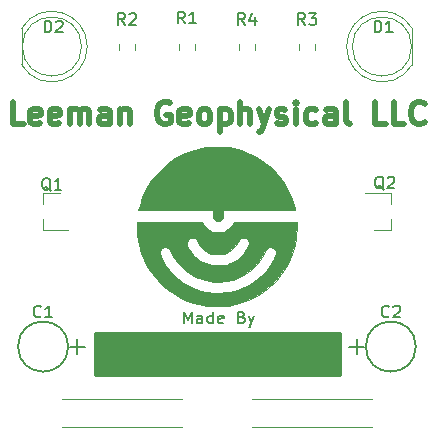
<source format=gbr>
%TF.GenerationSoftware,KiCad,Pcbnew,(5.1.7)-1*%
%TF.CreationDate,2021-04-21T21:28:38-05:00*%
%TF.ProjectId,blinky_kit_pcb,626c696e-6b79-45f6-9b69-745f7063622e,1.0*%
%TF.SameCoordinates,Original*%
%TF.FileFunction,Legend,Top*%
%TF.FilePolarity,Positive*%
%FSLAX46Y46*%
G04 Gerber Fmt 4.6, Leading zero omitted, Abs format (unit mm)*
G04 Created by KiCad (PCBNEW (5.1.7)-1) date 2021-04-21 21:28:38*
%MOMM*%
%LPD*%
G01*
G04 APERTURE LIST*
%ADD10C,0.150000*%
%ADD11C,0.476250*%
%ADD12C,0.010000*%
%ADD13C,0.120000*%
%ADD14C,0.152400*%
%ADD15C,0.254000*%
%ADD16C,0.100000*%
G04 APERTURE END LIST*
D10*
X138168428Y-107259380D02*
X138168428Y-106259380D01*
X138501761Y-106973666D01*
X138835095Y-106259380D01*
X138835095Y-107259380D01*
X139739857Y-107259380D02*
X139739857Y-106735571D01*
X139692238Y-106640333D01*
X139597000Y-106592714D01*
X139406523Y-106592714D01*
X139311285Y-106640333D01*
X139739857Y-107211761D02*
X139644619Y-107259380D01*
X139406523Y-107259380D01*
X139311285Y-107211761D01*
X139263666Y-107116523D01*
X139263666Y-107021285D01*
X139311285Y-106926047D01*
X139406523Y-106878428D01*
X139644619Y-106878428D01*
X139739857Y-106830809D01*
X140644619Y-107259380D02*
X140644619Y-106259380D01*
X140644619Y-107211761D02*
X140549380Y-107259380D01*
X140358904Y-107259380D01*
X140263666Y-107211761D01*
X140216047Y-107164142D01*
X140168428Y-107068904D01*
X140168428Y-106783190D01*
X140216047Y-106687952D01*
X140263666Y-106640333D01*
X140358904Y-106592714D01*
X140549380Y-106592714D01*
X140644619Y-106640333D01*
X141501761Y-107211761D02*
X141406523Y-107259380D01*
X141216047Y-107259380D01*
X141120809Y-107211761D01*
X141073190Y-107116523D01*
X141073190Y-106735571D01*
X141120809Y-106640333D01*
X141216047Y-106592714D01*
X141406523Y-106592714D01*
X141501761Y-106640333D01*
X141549380Y-106735571D01*
X141549380Y-106830809D01*
X141073190Y-106926047D01*
X143073190Y-106735571D02*
X143216047Y-106783190D01*
X143263666Y-106830809D01*
X143311285Y-106926047D01*
X143311285Y-107068904D01*
X143263666Y-107164142D01*
X143216047Y-107211761D01*
X143120809Y-107259380D01*
X142739857Y-107259380D01*
X142739857Y-106259380D01*
X143073190Y-106259380D01*
X143168428Y-106307000D01*
X143216047Y-106354619D01*
X143263666Y-106449857D01*
X143263666Y-106545095D01*
X143216047Y-106640333D01*
X143168428Y-106687952D01*
X143073190Y-106735571D01*
X142739857Y-106735571D01*
X143644619Y-106592714D02*
X143882714Y-107259380D01*
X144120809Y-106592714D02*
X143882714Y-107259380D01*
X143787476Y-107497476D01*
X143739857Y-107545095D01*
X143644619Y-107592714D01*
D11*
X124632357Y-90396785D02*
X123725214Y-90396785D01*
X123725214Y-88491785D01*
X125993071Y-90306071D02*
X125811642Y-90396785D01*
X125448785Y-90396785D01*
X125267357Y-90306071D01*
X125176642Y-90124642D01*
X125176642Y-89398928D01*
X125267357Y-89217500D01*
X125448785Y-89126785D01*
X125811642Y-89126785D01*
X125993071Y-89217500D01*
X126083785Y-89398928D01*
X126083785Y-89580357D01*
X125176642Y-89761785D01*
X127625928Y-90306071D02*
X127444500Y-90396785D01*
X127081642Y-90396785D01*
X126900214Y-90306071D01*
X126809500Y-90124642D01*
X126809500Y-89398928D01*
X126900214Y-89217500D01*
X127081642Y-89126785D01*
X127444500Y-89126785D01*
X127625928Y-89217500D01*
X127716642Y-89398928D01*
X127716642Y-89580357D01*
X126809500Y-89761785D01*
X128533071Y-90396785D02*
X128533071Y-89126785D01*
X128533071Y-89308214D02*
X128623785Y-89217500D01*
X128805214Y-89126785D01*
X129077357Y-89126785D01*
X129258785Y-89217500D01*
X129349500Y-89398928D01*
X129349500Y-90396785D01*
X129349500Y-89398928D02*
X129440214Y-89217500D01*
X129621642Y-89126785D01*
X129893785Y-89126785D01*
X130075214Y-89217500D01*
X130165928Y-89398928D01*
X130165928Y-90396785D01*
X131889500Y-90396785D02*
X131889500Y-89398928D01*
X131798785Y-89217500D01*
X131617357Y-89126785D01*
X131254500Y-89126785D01*
X131073071Y-89217500D01*
X131889500Y-90306071D02*
X131708071Y-90396785D01*
X131254500Y-90396785D01*
X131073071Y-90306071D01*
X130982357Y-90124642D01*
X130982357Y-89943214D01*
X131073071Y-89761785D01*
X131254500Y-89671071D01*
X131708071Y-89671071D01*
X131889500Y-89580357D01*
X132796642Y-89126785D02*
X132796642Y-90396785D01*
X132796642Y-89308214D02*
X132887357Y-89217500D01*
X133068785Y-89126785D01*
X133340928Y-89126785D01*
X133522357Y-89217500D01*
X133613071Y-89398928D01*
X133613071Y-90396785D01*
X136969500Y-88582500D02*
X136788071Y-88491785D01*
X136515928Y-88491785D01*
X136243785Y-88582500D01*
X136062357Y-88763928D01*
X135971642Y-88945357D01*
X135880928Y-89308214D01*
X135880928Y-89580357D01*
X135971642Y-89943214D01*
X136062357Y-90124642D01*
X136243785Y-90306071D01*
X136515928Y-90396785D01*
X136697357Y-90396785D01*
X136969500Y-90306071D01*
X137060214Y-90215357D01*
X137060214Y-89580357D01*
X136697357Y-89580357D01*
X138602357Y-90306071D02*
X138420928Y-90396785D01*
X138058071Y-90396785D01*
X137876642Y-90306071D01*
X137785928Y-90124642D01*
X137785928Y-89398928D01*
X137876642Y-89217500D01*
X138058071Y-89126785D01*
X138420928Y-89126785D01*
X138602357Y-89217500D01*
X138693071Y-89398928D01*
X138693071Y-89580357D01*
X137785928Y-89761785D01*
X139781642Y-90396785D02*
X139600214Y-90306071D01*
X139509500Y-90215357D01*
X139418785Y-90033928D01*
X139418785Y-89489642D01*
X139509500Y-89308214D01*
X139600214Y-89217500D01*
X139781642Y-89126785D01*
X140053785Y-89126785D01*
X140235214Y-89217500D01*
X140325928Y-89308214D01*
X140416642Y-89489642D01*
X140416642Y-90033928D01*
X140325928Y-90215357D01*
X140235214Y-90306071D01*
X140053785Y-90396785D01*
X139781642Y-90396785D01*
X141233071Y-89126785D02*
X141233071Y-91031785D01*
X141233071Y-89217500D02*
X141414500Y-89126785D01*
X141777357Y-89126785D01*
X141958785Y-89217500D01*
X142049500Y-89308214D01*
X142140214Y-89489642D01*
X142140214Y-90033928D01*
X142049500Y-90215357D01*
X141958785Y-90306071D01*
X141777357Y-90396785D01*
X141414500Y-90396785D01*
X141233071Y-90306071D01*
X142956642Y-90396785D02*
X142956642Y-88491785D01*
X143773071Y-90396785D02*
X143773071Y-89398928D01*
X143682357Y-89217500D01*
X143500928Y-89126785D01*
X143228785Y-89126785D01*
X143047357Y-89217500D01*
X142956642Y-89308214D01*
X144498785Y-89126785D02*
X144952357Y-90396785D01*
X145405928Y-89126785D02*
X144952357Y-90396785D01*
X144770928Y-90850357D01*
X144680214Y-90941071D01*
X144498785Y-91031785D01*
X146040928Y-90306071D02*
X146222357Y-90396785D01*
X146585214Y-90396785D01*
X146766642Y-90306071D01*
X146857357Y-90124642D01*
X146857357Y-90033928D01*
X146766642Y-89852500D01*
X146585214Y-89761785D01*
X146313071Y-89761785D01*
X146131642Y-89671071D01*
X146040928Y-89489642D01*
X146040928Y-89398928D01*
X146131642Y-89217500D01*
X146313071Y-89126785D01*
X146585214Y-89126785D01*
X146766642Y-89217500D01*
X147673785Y-90396785D02*
X147673785Y-89126785D01*
X147673785Y-88491785D02*
X147583071Y-88582500D01*
X147673785Y-88673214D01*
X147764500Y-88582500D01*
X147673785Y-88491785D01*
X147673785Y-88673214D01*
X149397357Y-90306071D02*
X149215928Y-90396785D01*
X148853071Y-90396785D01*
X148671642Y-90306071D01*
X148580928Y-90215357D01*
X148490214Y-90033928D01*
X148490214Y-89489642D01*
X148580928Y-89308214D01*
X148671642Y-89217500D01*
X148853071Y-89126785D01*
X149215928Y-89126785D01*
X149397357Y-89217500D01*
X151030214Y-90396785D02*
X151030214Y-89398928D01*
X150939500Y-89217500D01*
X150758071Y-89126785D01*
X150395214Y-89126785D01*
X150213785Y-89217500D01*
X151030214Y-90306071D02*
X150848785Y-90396785D01*
X150395214Y-90396785D01*
X150213785Y-90306071D01*
X150123071Y-90124642D01*
X150123071Y-89943214D01*
X150213785Y-89761785D01*
X150395214Y-89671071D01*
X150848785Y-89671071D01*
X151030214Y-89580357D01*
X152209500Y-90396785D02*
X152028071Y-90306071D01*
X151937357Y-90124642D01*
X151937357Y-88491785D01*
X155293785Y-90396785D02*
X154386642Y-90396785D01*
X154386642Y-88491785D01*
X156835928Y-90396785D02*
X155928785Y-90396785D01*
X155928785Y-88491785D01*
X158559500Y-90215357D02*
X158468785Y-90306071D01*
X158196642Y-90396785D01*
X158015214Y-90396785D01*
X157743071Y-90306071D01*
X157561642Y-90124642D01*
X157470928Y-89943214D01*
X157380214Y-89580357D01*
X157380214Y-89308214D01*
X157470928Y-88945357D01*
X157561642Y-88763928D01*
X157743071Y-88582500D01*
X158015214Y-88491785D01*
X158196642Y-88491785D01*
X158468785Y-88582500D01*
X158559500Y-88673214D01*
D12*
%TO.C,G\u002A\u002A\u002A*%
G36*
X145086126Y-98636667D02*
G01*
X147754837Y-98636667D01*
X147731839Y-99261083D01*
X147705037Y-99721479D01*
X147657786Y-100129280D01*
X147584912Y-100515170D01*
X147481244Y-100909831D01*
X147420841Y-101105738D01*
X147153079Y-101805902D01*
X146814104Y-102465158D01*
X146408930Y-103079089D01*
X145942571Y-103643278D01*
X145420042Y-104153309D01*
X144846357Y-104604765D01*
X144226530Y-104993231D01*
X143565576Y-105314290D01*
X142868508Y-105563525D01*
X142169071Y-105731292D01*
X141959747Y-105760546D01*
X141690916Y-105784418D01*
X141384539Y-105802272D01*
X141062577Y-105813477D01*
X140746988Y-105817399D01*
X140459734Y-105813404D01*
X140222773Y-105800859D01*
X140123333Y-105790290D01*
X139389889Y-105650269D01*
X138687643Y-105436921D01*
X138020746Y-105154880D01*
X137393349Y-104808779D01*
X136809605Y-104403251D01*
X136273665Y-103942930D01*
X135789681Y-103432447D01*
X135361804Y-102876438D01*
X134994187Y-102279534D01*
X134690981Y-101646370D01*
X134571652Y-101308287D01*
X136152805Y-101308287D01*
X136213803Y-101537740D01*
X136330873Y-101801929D01*
X136667502Y-102375841D01*
X137068245Y-102896631D01*
X137528238Y-103360271D01*
X138042613Y-103762733D01*
X138606505Y-104099986D01*
X139215048Y-104368004D01*
X139573000Y-104486197D01*
X140090039Y-104603687D01*
X140647949Y-104669728D01*
X141219098Y-104682628D01*
X141775853Y-104640697D01*
X141873444Y-104627039D01*
X142514844Y-104488400D01*
X143128263Y-104272407D01*
X143707517Y-103983515D01*
X144246422Y-103626184D01*
X144738793Y-103204870D01*
X145178447Y-102724031D01*
X145559198Y-102188126D01*
X145768531Y-101819429D01*
X145884075Y-101574143D01*
X145948359Y-101378559D01*
X145964340Y-101217348D01*
X145934977Y-101075181D01*
X145919393Y-101037488D01*
X145827677Y-100922116D01*
X145687589Y-100834257D01*
X145535245Y-100795934D01*
X145522783Y-100795667D01*
X145395904Y-100810384D01*
X145286138Y-100861707D01*
X145182214Y-100960395D01*
X145072859Y-101117203D01*
X144946803Y-101342890D01*
X144944204Y-101347855D01*
X144623663Y-101875107D01*
X144248111Y-102342381D01*
X143823770Y-102747096D01*
X143356861Y-103086671D01*
X142853607Y-103358525D01*
X142320230Y-103560075D01*
X141762952Y-103688743D01*
X141187995Y-103741945D01*
X140601580Y-103717102D01*
X140009930Y-103611632D01*
X139700000Y-103523335D01*
X139135027Y-103298558D01*
X138619112Y-103004986D01*
X138153457Y-102643668D01*
X137739261Y-102215653D01*
X137377727Y-101721990D01*
X137123475Y-101273055D01*
X136980349Y-101032004D01*
X136833255Y-100873834D01*
X136678828Y-100796765D01*
X136513704Y-100799014D01*
X136355222Y-100866163D01*
X136223369Y-100978063D01*
X136155945Y-101123583D01*
X136152805Y-101308287D01*
X134571652Y-101308287D01*
X134456337Y-100981578D01*
X134339396Y-100481988D01*
X138430158Y-100481988D01*
X138461643Y-100650991D01*
X138549262Y-100856166D01*
X138682231Y-101081815D01*
X138849770Y-101312240D01*
X139041094Y-101531743D01*
X139245421Y-101724624D01*
X139329936Y-101791979D01*
X139567760Y-101960158D01*
X139783278Y-102084719D01*
X140012019Y-102183880D01*
X140250333Y-102263943D01*
X140519260Y-102322111D01*
X140837290Y-102352493D01*
X141176051Y-102355488D01*
X141507169Y-102331490D01*
X141802270Y-102280899D01*
X141943667Y-102240252D01*
X142318957Y-102076965D01*
X142680092Y-101858730D01*
X142995095Y-101605374D01*
X143044333Y-101557667D01*
X143223653Y-101357140D01*
X143387138Y-101135136D01*
X143523068Y-100911033D01*
X143619721Y-100704210D01*
X143665375Y-100534045D01*
X143665775Y-100530303D01*
X143650598Y-100328593D01*
X143564969Y-100167203D01*
X143415337Y-100056235D01*
X143346826Y-100030510D01*
X143157890Y-100009022D01*
X142990981Y-100066126D01*
X142843111Y-100203562D01*
X142726833Y-100391404D01*
X142517868Y-100716961D01*
X142252947Y-100987310D01*
X141943318Y-101197629D01*
X141600227Y-101343094D01*
X141234921Y-101418884D01*
X140858646Y-101420175D01*
X140498209Y-101347057D01*
X140164782Y-101209686D01*
X139875822Y-101015062D01*
X139621637Y-100754831D01*
X139392539Y-100420638D01*
X139361690Y-100367074D01*
X139267999Y-100213992D01*
X139187823Y-100119608D01*
X139102478Y-100064312D01*
X139056336Y-100046601D01*
X138861724Y-100020313D01*
X138686118Y-100065561D01*
X138545335Y-100171348D01*
X138455193Y-100326676D01*
X138430158Y-100481988D01*
X134339396Y-100481988D01*
X134294407Y-100289792D01*
X134209344Y-99575644D01*
X134196828Y-99176417D01*
X134196667Y-98636667D01*
X136966530Y-98636667D01*
X139736394Y-98636666D01*
X139830301Y-98824699D01*
X140004014Y-99079923D01*
X140249080Y-99298673D01*
X140462000Y-99427561D01*
X140588688Y-99487020D01*
X140702712Y-99522857D01*
X140833586Y-99540807D01*
X141010827Y-99546606D01*
X141075833Y-99546833D01*
X141272151Y-99543521D01*
X141413433Y-99529759D01*
X141529179Y-99499804D01*
X141648889Y-99447918D01*
X141689667Y-99427381D01*
X141924284Y-99287252D01*
X142102397Y-99128573D01*
X142251813Y-98925050D01*
X142290890Y-98858917D01*
X142417415Y-98636666D01*
X145086126Y-98636667D01*
G37*
X145086126Y-98636667D02*
X147754837Y-98636667D01*
X147731839Y-99261083D01*
X147705037Y-99721479D01*
X147657786Y-100129280D01*
X147584912Y-100515170D01*
X147481244Y-100909831D01*
X147420841Y-101105738D01*
X147153079Y-101805902D01*
X146814104Y-102465158D01*
X146408930Y-103079089D01*
X145942571Y-103643278D01*
X145420042Y-104153309D01*
X144846357Y-104604765D01*
X144226530Y-104993231D01*
X143565576Y-105314290D01*
X142868508Y-105563525D01*
X142169071Y-105731292D01*
X141959747Y-105760546D01*
X141690916Y-105784418D01*
X141384539Y-105802272D01*
X141062577Y-105813477D01*
X140746988Y-105817399D01*
X140459734Y-105813404D01*
X140222773Y-105800859D01*
X140123333Y-105790290D01*
X139389889Y-105650269D01*
X138687643Y-105436921D01*
X138020746Y-105154880D01*
X137393349Y-104808779D01*
X136809605Y-104403251D01*
X136273665Y-103942930D01*
X135789681Y-103432447D01*
X135361804Y-102876438D01*
X134994187Y-102279534D01*
X134690981Y-101646370D01*
X134571652Y-101308287D01*
X136152805Y-101308287D01*
X136213803Y-101537740D01*
X136330873Y-101801929D01*
X136667502Y-102375841D01*
X137068245Y-102896631D01*
X137528238Y-103360271D01*
X138042613Y-103762733D01*
X138606505Y-104099986D01*
X139215048Y-104368004D01*
X139573000Y-104486197D01*
X140090039Y-104603687D01*
X140647949Y-104669728D01*
X141219098Y-104682628D01*
X141775853Y-104640697D01*
X141873444Y-104627039D01*
X142514844Y-104488400D01*
X143128263Y-104272407D01*
X143707517Y-103983515D01*
X144246422Y-103626184D01*
X144738793Y-103204870D01*
X145178447Y-102724031D01*
X145559198Y-102188126D01*
X145768531Y-101819429D01*
X145884075Y-101574143D01*
X145948359Y-101378559D01*
X145964340Y-101217348D01*
X145934977Y-101075181D01*
X145919393Y-101037488D01*
X145827677Y-100922116D01*
X145687589Y-100834257D01*
X145535245Y-100795934D01*
X145522783Y-100795667D01*
X145395904Y-100810384D01*
X145286138Y-100861707D01*
X145182214Y-100960395D01*
X145072859Y-101117203D01*
X144946803Y-101342890D01*
X144944204Y-101347855D01*
X144623663Y-101875107D01*
X144248111Y-102342381D01*
X143823770Y-102747096D01*
X143356861Y-103086671D01*
X142853607Y-103358525D01*
X142320230Y-103560075D01*
X141762952Y-103688743D01*
X141187995Y-103741945D01*
X140601580Y-103717102D01*
X140009930Y-103611632D01*
X139700000Y-103523335D01*
X139135027Y-103298558D01*
X138619112Y-103004986D01*
X138153457Y-102643668D01*
X137739261Y-102215653D01*
X137377727Y-101721990D01*
X137123475Y-101273055D01*
X136980349Y-101032004D01*
X136833255Y-100873834D01*
X136678828Y-100796765D01*
X136513704Y-100799014D01*
X136355222Y-100866163D01*
X136223369Y-100978063D01*
X136155945Y-101123583D01*
X136152805Y-101308287D01*
X134571652Y-101308287D01*
X134456337Y-100981578D01*
X134339396Y-100481988D01*
X138430158Y-100481988D01*
X138461643Y-100650991D01*
X138549262Y-100856166D01*
X138682231Y-101081815D01*
X138849770Y-101312240D01*
X139041094Y-101531743D01*
X139245421Y-101724624D01*
X139329936Y-101791979D01*
X139567760Y-101960158D01*
X139783278Y-102084719D01*
X140012019Y-102183880D01*
X140250333Y-102263943D01*
X140519260Y-102322111D01*
X140837290Y-102352493D01*
X141176051Y-102355488D01*
X141507169Y-102331490D01*
X141802270Y-102280899D01*
X141943667Y-102240252D01*
X142318957Y-102076965D01*
X142680092Y-101858730D01*
X142995095Y-101605374D01*
X143044333Y-101557667D01*
X143223653Y-101357140D01*
X143387138Y-101135136D01*
X143523068Y-100911033D01*
X143619721Y-100704210D01*
X143665375Y-100534045D01*
X143665775Y-100530303D01*
X143650598Y-100328593D01*
X143564969Y-100167203D01*
X143415337Y-100056235D01*
X143346826Y-100030510D01*
X143157890Y-100009022D01*
X142990981Y-100066126D01*
X142843111Y-100203562D01*
X142726833Y-100391404D01*
X142517868Y-100716961D01*
X142252947Y-100987310D01*
X141943318Y-101197629D01*
X141600227Y-101343094D01*
X141234921Y-101418884D01*
X140858646Y-101420175D01*
X140498209Y-101347057D01*
X140164782Y-101209686D01*
X139875822Y-101015062D01*
X139621637Y-100754831D01*
X139392539Y-100420638D01*
X139361690Y-100367074D01*
X139267999Y-100213992D01*
X139187823Y-100119608D01*
X139102478Y-100064312D01*
X139056336Y-100046601D01*
X138861724Y-100020313D01*
X138686118Y-100065561D01*
X138545335Y-100171348D01*
X138455193Y-100326676D01*
X138430158Y-100481988D01*
X134339396Y-100481988D01*
X134294407Y-100289792D01*
X134209344Y-99575644D01*
X134196828Y-99176417D01*
X134196667Y-98636667D01*
X136966530Y-98636667D01*
X139736394Y-98636666D01*
X139830301Y-98824699D01*
X140004014Y-99079923D01*
X140249080Y-99298673D01*
X140462000Y-99427561D01*
X140588688Y-99487020D01*
X140702712Y-99522857D01*
X140833586Y-99540807D01*
X141010827Y-99546606D01*
X141075833Y-99546833D01*
X141272151Y-99543521D01*
X141413433Y-99529759D01*
X141529179Y-99499804D01*
X141648889Y-99447918D01*
X141689667Y-99427381D01*
X141924284Y-99287252D01*
X142102397Y-99128573D01*
X142251813Y-98925050D01*
X142290890Y-98858917D01*
X142417415Y-98636666D01*
X145086126Y-98636667D01*
G36*
X141294021Y-92314060D02*
G01*
X141550234Y-92318908D01*
X141755481Y-92327980D01*
X141926600Y-92342466D01*
X142080430Y-92363556D01*
X142233812Y-92392440D01*
X142296744Y-92405985D01*
X143045665Y-92612282D01*
X143753917Y-92889957D01*
X144417684Y-93236032D01*
X145033147Y-93647532D01*
X145596488Y-94121480D01*
X146103890Y-94654900D01*
X146551533Y-95244817D01*
X146935600Y-95888253D01*
X147045963Y-96108119D01*
X147176664Y-96397451D01*
X147300741Y-96703279D01*
X147410072Y-97003217D01*
X147496531Y-97274876D01*
X147551994Y-97495869D01*
X147554722Y-97510014D01*
X147583422Y-97663000D01*
X141520333Y-97663000D01*
X141520333Y-97999306D01*
X141516919Y-98177582D01*
X141503259Y-98295312D01*
X141474227Y-98376462D01*
X141425083Y-98444552D01*
X141272246Y-98558847D01*
X141086407Y-98603249D01*
X140940913Y-98586865D01*
X140799827Y-98525932D01*
X140705566Y-98423646D01*
X140651701Y-98267737D01*
X140631804Y-98045935D01*
X140631333Y-97995957D01*
X140631333Y-97663000D01*
X134329773Y-97663000D01*
X134429144Y-97291684D01*
X134662220Y-96581087D01*
X134969048Y-95907829D01*
X135345271Y-95276574D01*
X135786533Y-94691987D01*
X136288479Y-94158731D01*
X136846752Y-93681470D01*
X137456996Y-93264868D01*
X138114855Y-92913590D01*
X138764288Y-92650062D01*
X139095312Y-92539996D01*
X139389309Y-92455814D01*
X139666944Y-92394353D01*
X139948880Y-92352447D01*
X140255780Y-92326931D01*
X140608308Y-92314641D01*
X140970000Y-92312248D01*
X141294021Y-92314060D01*
G37*
X141294021Y-92314060D02*
X141550234Y-92318908D01*
X141755481Y-92327980D01*
X141926600Y-92342466D01*
X142080430Y-92363556D01*
X142233812Y-92392440D01*
X142296744Y-92405985D01*
X143045665Y-92612282D01*
X143753917Y-92889957D01*
X144417684Y-93236032D01*
X145033147Y-93647532D01*
X145596488Y-94121480D01*
X146103890Y-94654900D01*
X146551533Y-95244817D01*
X146935600Y-95888253D01*
X147045963Y-96108119D01*
X147176664Y-96397451D01*
X147300741Y-96703279D01*
X147410072Y-97003217D01*
X147496531Y-97274876D01*
X147551994Y-97495869D01*
X147554722Y-97510014D01*
X147583422Y-97663000D01*
X141520333Y-97663000D01*
X141520333Y-97999306D01*
X141516919Y-98177582D01*
X141503259Y-98295312D01*
X141474227Y-98376462D01*
X141425083Y-98444552D01*
X141272246Y-98558847D01*
X141086407Y-98603249D01*
X140940913Y-98586865D01*
X140799827Y-98525932D01*
X140705566Y-98423646D01*
X140651701Y-98267737D01*
X140631804Y-98045935D01*
X140631333Y-97995957D01*
X140631333Y-97663000D01*
X134329773Y-97663000D01*
X134429144Y-97291684D01*
X134662220Y-96581087D01*
X134969048Y-95907829D01*
X135345271Y-95276574D01*
X135786533Y-94691987D01*
X136288479Y-94158731D01*
X136846752Y-93681470D01*
X137456996Y-93264868D01*
X138114855Y-92913590D01*
X138764288Y-92650062D01*
X139095312Y-92539996D01*
X139389309Y-92455814D01*
X139666944Y-92394353D01*
X139948880Y-92352447D01*
X140255780Y-92326931D01*
X140608308Y-92314641D01*
X140970000Y-92312248D01*
X141294021Y-92314060D01*
D13*
%TO.C,J1*%
X127852800Y-113698800D02*
X137982800Y-113698800D01*
X127852800Y-116018800D02*
X137982800Y-116018800D01*
X154092800Y-116018800D02*
X143962800Y-116018800D01*
X154092800Y-113698800D02*
X143962800Y-113698800D01*
D14*
%TO.C,C1*%
X129767900Y-109220000D02*
X128497900Y-109220000D01*
X129132900Y-109855000D02*
X129132900Y-108585000D01*
X128370900Y-109220000D02*
G75*
G03*
X128370900Y-109220000I-2120900J0D01*
G01*
%TO.C,C2*%
X157810900Y-109220000D02*
G75*
G03*
X157810900Y-109220000I-2120900J0D01*
G01*
X152807100Y-108585000D02*
X152807100Y-109855000D01*
X152172100Y-109220000D02*
X153442100Y-109220000D01*
D13*
%TO.C,D1*%
X157440000Y-83820000D02*
G75*
G03*
X157440000Y-83820000I-2500000J0D01*
G01*
X157500000Y-85365000D02*
X157500000Y-82275000D01*
X151950000Y-83819538D02*
G75*
G03*
X157500000Y-85364830I2990000J-462D01*
G01*
X151950000Y-83820462D02*
G75*
G02*
X157500000Y-82275170I2990000J462D01*
G01*
%TO.C,D2*%
X124440000Y-82275000D02*
X124440000Y-85365000D01*
X129500000Y-83820000D02*
G75*
G03*
X129500000Y-83820000I-2500000J0D01*
G01*
X129990000Y-83819538D02*
G75*
G02*
X124440000Y-85364830I-2990000J-462D01*
G01*
X129990000Y-83820462D02*
G75*
G03*
X124440000Y-82275170I-2990000J462D01*
G01*
%TO.C,Q1*%
X126240000Y-96210000D02*
X126240000Y-97140000D01*
X126240000Y-99370000D02*
X126240000Y-98440000D01*
X126240000Y-99370000D02*
X128400000Y-99370000D01*
X126240000Y-96210000D02*
X127700000Y-96210000D01*
%TO.C,Q2*%
X155700000Y-99370000D02*
X154240000Y-99370000D01*
X155700000Y-96210000D02*
X153540000Y-96210000D01*
X155700000Y-96210000D02*
X155700000Y-97140000D01*
X155700000Y-99370000D02*
X155700000Y-98440000D01*
%TO.C,R1*%
X139140000Y-83561422D02*
X139140000Y-84078578D01*
X137720000Y-83561422D02*
X137720000Y-84078578D01*
%TO.C,R2*%
X134060000Y-83561422D02*
X134060000Y-84078578D01*
X132640000Y-83561422D02*
X132640000Y-84078578D01*
%TO.C,R3*%
X147880000Y-83561422D02*
X147880000Y-84078578D01*
X149300000Y-83561422D02*
X149300000Y-84078578D01*
%TO.C,R4*%
X142800000Y-83561422D02*
X142800000Y-84078578D01*
X144220000Y-83561422D02*
X144220000Y-84078578D01*
%TO.C,C1*%
D10*
X126071333Y-106656142D02*
X126023714Y-106703761D01*
X125880857Y-106751380D01*
X125785619Y-106751380D01*
X125642761Y-106703761D01*
X125547523Y-106608523D01*
X125499904Y-106513285D01*
X125452285Y-106322809D01*
X125452285Y-106179952D01*
X125499904Y-105989476D01*
X125547523Y-105894238D01*
X125642761Y-105799000D01*
X125785619Y-105751380D01*
X125880857Y-105751380D01*
X126023714Y-105799000D01*
X126071333Y-105846619D01*
X127023714Y-106751380D02*
X126452285Y-106751380D01*
X126738000Y-106751380D02*
X126738000Y-105751380D01*
X126642761Y-105894238D01*
X126547523Y-105989476D01*
X126452285Y-106037095D01*
%TO.C,C2*%
X155535333Y-106656142D02*
X155487714Y-106703761D01*
X155344857Y-106751380D01*
X155249619Y-106751380D01*
X155106761Y-106703761D01*
X155011523Y-106608523D01*
X154963904Y-106513285D01*
X154916285Y-106322809D01*
X154916285Y-106179952D01*
X154963904Y-105989476D01*
X155011523Y-105894238D01*
X155106761Y-105799000D01*
X155249619Y-105751380D01*
X155344857Y-105751380D01*
X155487714Y-105799000D01*
X155535333Y-105846619D01*
X155916285Y-105846619D02*
X155963904Y-105799000D01*
X156059142Y-105751380D01*
X156297238Y-105751380D01*
X156392476Y-105799000D01*
X156440095Y-105846619D01*
X156487714Y-105941857D01*
X156487714Y-106037095D01*
X156440095Y-106179952D01*
X155868666Y-106751380D01*
X156487714Y-106751380D01*
%TO.C,D1*%
X154328904Y-82621380D02*
X154328904Y-81621380D01*
X154567000Y-81621380D01*
X154709857Y-81669000D01*
X154805095Y-81764238D01*
X154852714Y-81859476D01*
X154900333Y-82049952D01*
X154900333Y-82192809D01*
X154852714Y-82383285D01*
X154805095Y-82478523D01*
X154709857Y-82573761D01*
X154567000Y-82621380D01*
X154328904Y-82621380D01*
X155852714Y-82621380D02*
X155281285Y-82621380D01*
X155567000Y-82621380D02*
X155567000Y-81621380D01*
X155471761Y-81764238D01*
X155376523Y-81859476D01*
X155281285Y-81907095D01*
%TO.C,D2*%
X126388904Y-82621380D02*
X126388904Y-81621380D01*
X126627000Y-81621380D01*
X126769857Y-81669000D01*
X126865095Y-81764238D01*
X126912714Y-81859476D01*
X126960333Y-82049952D01*
X126960333Y-82192809D01*
X126912714Y-82383285D01*
X126865095Y-82478523D01*
X126769857Y-82573761D01*
X126627000Y-82621380D01*
X126388904Y-82621380D01*
X127341285Y-81716619D02*
X127388904Y-81669000D01*
X127484142Y-81621380D01*
X127722238Y-81621380D01*
X127817476Y-81669000D01*
X127865095Y-81716619D01*
X127912714Y-81811857D01*
X127912714Y-81907095D01*
X127865095Y-82049952D01*
X127293666Y-82621380D01*
X127912714Y-82621380D01*
%TO.C,Q1*%
X126904761Y-96051619D02*
X126809523Y-96004000D01*
X126714285Y-95908761D01*
X126571428Y-95765904D01*
X126476190Y-95718285D01*
X126380952Y-95718285D01*
X126428571Y-95956380D02*
X126333333Y-95908761D01*
X126238095Y-95813523D01*
X126190476Y-95623047D01*
X126190476Y-95289714D01*
X126238095Y-95099238D01*
X126333333Y-95004000D01*
X126428571Y-94956380D01*
X126619047Y-94956380D01*
X126714285Y-95004000D01*
X126809523Y-95099238D01*
X126857142Y-95289714D01*
X126857142Y-95623047D01*
X126809523Y-95813523D01*
X126714285Y-95908761D01*
X126619047Y-95956380D01*
X126428571Y-95956380D01*
X127809523Y-95956380D02*
X127238095Y-95956380D01*
X127523809Y-95956380D02*
X127523809Y-94956380D01*
X127428571Y-95099238D01*
X127333333Y-95194476D01*
X127238095Y-95242095D01*
%TO.C,Q2*%
X155098761Y-95924619D02*
X155003523Y-95877000D01*
X154908285Y-95781761D01*
X154765428Y-95638904D01*
X154670190Y-95591285D01*
X154574952Y-95591285D01*
X154622571Y-95829380D02*
X154527333Y-95781761D01*
X154432095Y-95686523D01*
X154384476Y-95496047D01*
X154384476Y-95162714D01*
X154432095Y-94972238D01*
X154527333Y-94877000D01*
X154622571Y-94829380D01*
X154813047Y-94829380D01*
X154908285Y-94877000D01*
X155003523Y-94972238D01*
X155051142Y-95162714D01*
X155051142Y-95496047D01*
X155003523Y-95686523D01*
X154908285Y-95781761D01*
X154813047Y-95829380D01*
X154622571Y-95829380D01*
X155432095Y-94924619D02*
X155479714Y-94877000D01*
X155574952Y-94829380D01*
X155813047Y-94829380D01*
X155908285Y-94877000D01*
X155955904Y-94924619D01*
X156003523Y-95019857D01*
X156003523Y-95115095D01*
X155955904Y-95257952D01*
X155384476Y-95829380D01*
X156003523Y-95829380D01*
%TO.C,R1*%
X138263333Y-81859380D02*
X137930000Y-81383190D01*
X137691904Y-81859380D02*
X137691904Y-80859380D01*
X138072857Y-80859380D01*
X138168095Y-80907000D01*
X138215714Y-80954619D01*
X138263333Y-81049857D01*
X138263333Y-81192714D01*
X138215714Y-81287952D01*
X138168095Y-81335571D01*
X138072857Y-81383190D01*
X137691904Y-81383190D01*
X139215714Y-81859380D02*
X138644285Y-81859380D01*
X138930000Y-81859380D02*
X138930000Y-80859380D01*
X138834761Y-81002238D01*
X138739523Y-81097476D01*
X138644285Y-81145095D01*
%TO.C,R2*%
X133183333Y-81986380D02*
X132850000Y-81510190D01*
X132611904Y-81986380D02*
X132611904Y-80986380D01*
X132992857Y-80986380D01*
X133088095Y-81034000D01*
X133135714Y-81081619D01*
X133183333Y-81176857D01*
X133183333Y-81319714D01*
X133135714Y-81414952D01*
X133088095Y-81462571D01*
X132992857Y-81510190D01*
X132611904Y-81510190D01*
X133564285Y-81081619D02*
X133611904Y-81034000D01*
X133707142Y-80986380D01*
X133945238Y-80986380D01*
X134040476Y-81034000D01*
X134088095Y-81081619D01*
X134135714Y-81176857D01*
X134135714Y-81272095D01*
X134088095Y-81414952D01*
X133516666Y-81986380D01*
X134135714Y-81986380D01*
%TO.C,R3*%
X148423333Y-81986380D02*
X148090000Y-81510190D01*
X147851904Y-81986380D02*
X147851904Y-80986380D01*
X148232857Y-80986380D01*
X148328095Y-81034000D01*
X148375714Y-81081619D01*
X148423333Y-81176857D01*
X148423333Y-81319714D01*
X148375714Y-81414952D01*
X148328095Y-81462571D01*
X148232857Y-81510190D01*
X147851904Y-81510190D01*
X148756666Y-80986380D02*
X149375714Y-80986380D01*
X149042380Y-81367333D01*
X149185238Y-81367333D01*
X149280476Y-81414952D01*
X149328095Y-81462571D01*
X149375714Y-81557809D01*
X149375714Y-81795904D01*
X149328095Y-81891142D01*
X149280476Y-81938761D01*
X149185238Y-81986380D01*
X148899523Y-81986380D01*
X148804285Y-81938761D01*
X148756666Y-81891142D01*
%TO.C,R4*%
X143343333Y-81986380D02*
X143010000Y-81510190D01*
X142771904Y-81986380D02*
X142771904Y-80986380D01*
X143152857Y-80986380D01*
X143248095Y-81034000D01*
X143295714Y-81081619D01*
X143343333Y-81176857D01*
X143343333Y-81319714D01*
X143295714Y-81414952D01*
X143248095Y-81462571D01*
X143152857Y-81510190D01*
X142771904Y-81510190D01*
X144200476Y-81319714D02*
X144200476Y-81986380D01*
X143962380Y-80938761D02*
X143724285Y-81653047D01*
X144343333Y-81653047D01*
%TD*%
D15*
X151354038Y-111633000D02*
X130653038Y-111633000D01*
X130653038Y-108077000D01*
X151354038Y-108077000D01*
X151354038Y-111633000D01*
D16*
G36*
X151354038Y-111633000D02*
G01*
X130653038Y-111633000D01*
X130653038Y-108077000D01*
X151354038Y-108077000D01*
X151354038Y-111633000D01*
G37*
M02*

</source>
